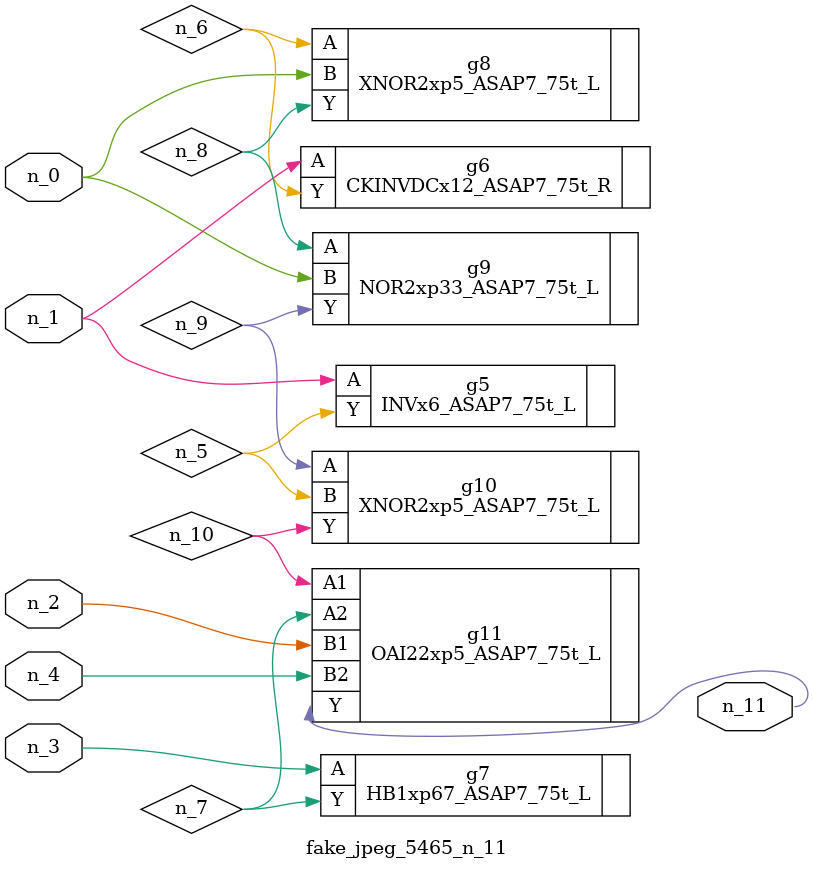
<source format=v>
module fake_jpeg_5465_n_11 (n_3, n_2, n_1, n_0, n_4, n_11);

input n_3;
input n_2;
input n_1;
input n_0;
input n_4;

output n_11;

wire n_10;
wire n_8;
wire n_9;
wire n_6;
wire n_5;
wire n_7;

INVx6_ASAP7_75t_L g5 ( 
.A(n_1),
.Y(n_5)
);

CKINVDCx12_ASAP7_75t_R g6 ( 
.A(n_1),
.Y(n_6)
);

HB1xp67_ASAP7_75t_L g7 ( 
.A(n_3),
.Y(n_7)
);

XNOR2xp5_ASAP7_75t_L g8 ( 
.A(n_6),
.B(n_0),
.Y(n_8)
);

NOR2xp33_ASAP7_75t_L g9 ( 
.A(n_8),
.B(n_0),
.Y(n_9)
);

XNOR2xp5_ASAP7_75t_L g10 ( 
.A(n_9),
.B(n_5),
.Y(n_10)
);

OAI22xp5_ASAP7_75t_L g11 ( 
.A1(n_10),
.A2(n_7),
.B1(n_2),
.B2(n_4),
.Y(n_11)
);


endmodule
</source>
